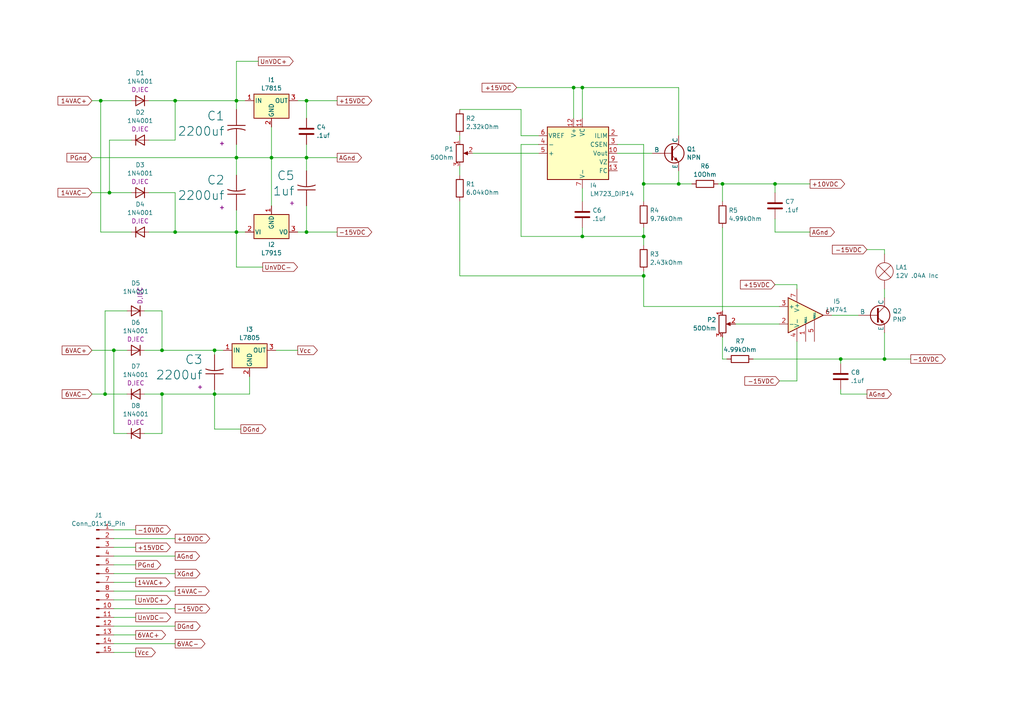
<source format=kicad_sch>
(kicad_sch (version 20230121) (generator eeschema)
  (paper "A4")
  (lib_symbols
    (symbol "Amplifier_Operational:LM741" (pin_names (offset 0.127))
      (property "Reference" "U" (at 0 6.35 0))
      (property "Value" "LM741" (at 0 3.81 0))
      (symbol "LM741_0_1"
        (polyline (pts (xy -5.08 5.08) (xy 5.08 0) (xy -5.08 -5.08) (xy -5.08 5.08)) (stroke (width 0.254)) (fill (type background)))
      )
      (symbol "LM741_1_1"
        (pin input line (at 0 -7.62 90) (length 5.08) (name "NULL") (number "1"))
        (pin input line (at -7.62 -2.54 0) (length 2.54) (name "-") (number "2"))
        (pin input line (at -7.62 2.54 0) (length 2.54) (name "+") (number "3"))
        (pin power_in line (at -2.54 -7.62 90) (length 3.81) (name "V-") (number "4"))
        (pin input line (at 2.54 -7.62 90) (length 6.35) (name "NULL") (number "5"))
        (pin output line (at 7.62 0 180) (length 2.54) (name "~") (number "6"))
        (pin power_in line (at -2.54 7.62 270) (length 3.81) (name "V+") (number "7"))
        (pin no_connect line (at 0 2.54 270) (length 2.54) hide (name "NC") (number "8"))
      )
    )
    (symbol "Connector:Conn_01x15_Pin" (pin_names (offset 1.016) hide)
      (property "Reference" "J" (at 0 20.32 0))
      (property "Value" "Conn_01x15_Pin" (at 0 -20.32 0))
      (symbol "Conn_01x15_Pin_1_1"
        (polyline (pts (xy 1.27 -17.78) (xy 0.8636 -17.78)) (stroke (width 0.1524)))
        (polyline (pts (xy 1.27 -15.24) (xy 0.8636 -15.24)) (stroke (width 0.1524)))
        (polyline (pts (xy 1.27 -12.7) (xy 0.8636 -12.7)) (stroke (width 0.1524)))
        (polyline (pts (xy 1.27 -10.16) (xy 0.8636 -10.16)) (stroke (width 0.1524)))
        (polyline (pts (xy 1.27 -7.62) (xy 0.8636 -7.62)) (stroke (width 0.1524)))
        (polyline (pts (xy 1.27 -5.08) (xy 0.8636 -5.08)) (stroke (width 0.1524)))
        (polyline (pts (xy 1.27 -2.54) (xy 0.8636 -2.54)) (stroke (width 0.1524)))
        (polyline (pts (xy 1.27 0) (xy 0.8636 0)) (stroke (width 0.1524)))
        (polyline (pts (xy 1.27 2.54) (xy 0.8636 2.54)) (stroke (width 0.1524)))
        (polyline (pts (xy 1.27 5.08) (xy 0.8636 5.08)) (stroke (width 0.1524)))
        (polyline (pts (xy 1.27 7.62) (xy 0.8636 7.62)) (stroke (width 0.1524)))
        (polyline (pts (xy 1.27 10.16) (xy 0.8636 10.16)) (stroke (width 0.1524)))
        (polyline (pts (xy 1.27 12.7) (xy 0.8636 12.7)) (stroke (width 0.1524)))
        (polyline (pts (xy 1.27 15.24) (xy 0.8636 15.24)) (stroke (width 0.1524)))
        (polyline (pts (xy 1.27 17.78) (xy 0.8636 17.78)) (stroke (width 0.1524)))
        (rectangle (start 0.8636 -17.653) (end 0 -17.907) (stroke (width 0.1524)) (fill (type outline)))
        (rectangle (start 0.8636 -15.113) (end 0 -15.367) (stroke (width 0.1524)) (fill (type outline)))
        (rectangle (start 0.8636 -12.573) (end 0 -12.827) (stroke (width 0.1524)) (fill (type outline)))
        (rectangle (start 0.8636 -10.033) (end 0 -10.287) (stroke (width 0.1524)) (fill (type outline)))
        (rectangle (start 0.8636 -7.493) (end 0 -7.747) (stroke (width 0.1524)) (fill (type outline)))
        (rectangle (start 0.8636 -4.953) (end 0 -5.207) (stroke (width 0.1524)) (fill (type outline)))
        (rectangle (start 0.8636 -2.413) (end 0 -2.667) (stroke (width 0.1524)) (fill (type outline)))
        (rectangle (start 0.8636 0.127) (end 0 -0.127) (stroke (width 0.1524)) (fill (type outline)))
        (rectangle (start 0.8636 2.667) (end 0 2.413) (stroke (width 0.1524)) (fill (type outline)))
        (rectangle (start 0.8636 5.207) (end 0 4.953) (stroke (width 0.1524)) (fill (type outline)))
        (rectangle (start 0.8636 7.747) (end 0 7.493) (stroke (width 0.1524)) (fill (type outline)))
        (rectangle (start 0.8636 10.287) (end 0 10.033) (stroke (width 0.1524)) (fill (type outline)))
        (rectangle (start 0.8636 12.827) (end 0 12.573) (stroke (width 0.1524)) (fill (type outline)))
        (rectangle (start 0.8636 15.367) (end 0 15.113) (stroke (width 0.1524)) (fill (type outline)))
        (rectangle (start 0.8636 17.907) (end 0 17.653) (stroke (width 0.1524)) (fill (type outline)))
        (pin passive line (at 5.08 17.78 180) (length 3.81) (name "Pin_1") (number "1"))
        (pin passive line (at 5.08 -5.08 180) (length 3.81) (name "Pin_10") (number "10"))
        (pin passive line (at 5.08 -7.62 180) (length 3.81) (name "Pin_11") (number "11"))
        (pin passive line (at 5.08 -10.16 180) (length 3.81) (name "Pin_12") (number "12"))
        (pin passive line (at 5.08 -12.7 180) (length 3.81) (name "Pin_13") (number "13"))
        (pin passive line (at 5.08 -15.24 180) (length 3.81) (name "Pin_14") (number "14"))
        (pin passive line (at 5.08 -17.78 180) (length 3.81) (name "Pin_15") (number "15"))
        (pin passive line (at 5.08 15.24 180) (length 3.81) (name "Pin_2") (number "2"))
        (pin passive line (at 5.08 12.7 180) (length 3.81) (name "Pin_3") (number "3"))
        (pin passive line (at 5.08 10.16 180) (length 3.81) (name "Pin_4") (number "4"))
        (pin passive line (at 5.08 7.62 180) (length 3.81) (name "Pin_5") (number "5"))
        (pin passive line (at 5.08 5.08 180) (length 3.81) (name "Pin_6") (number "6"))
        (pin passive line (at 5.08 2.54 180) (length 3.81) (name "Pin_7") (number "7"))
        (pin passive line (at 5.08 0 180) (length 3.81) (name "Pin_8") (number "8"))
        (pin passive line (at 5.08 -2.54 180) (length 3.81) (name "Pin_9") (number "9"))
      )
    )
    (symbol "Device:C" (pin_numbers hide) (pin_names (offset 0.254))
      (property "Reference" "C" (at 0.635 2.54 0))
      (property "Value" "C" (at 0.635 -2.54 0))
      (symbol "C_0_1"
        (polyline (pts (xy -2.032 -0.762) (xy 2.032 -0.762)) (stroke (width 0.508)))
        (polyline (pts (xy -2.032 0.762) (xy 2.032 0.762)) (stroke (width 0.508)))
      )
      (symbol "C_1_1"
        (pin passive line (at 0 3.81 270) (length 2.794) (name "~") (number "1"))
        (pin passive line (at 0 -3.81 90) (length 2.794) (name "~") (number "2"))
      )
    )
    (symbol "Device:Lamp" (pin_numbers hide) (pin_names (offset 0.0254) hide)
      (property "Reference" "LA" (at 0.635 3.81 0))
      (property "Value" "Lamp" (at 0.635 -3.81 0))
      (symbol "Lamp_0_1"
        (polyline (pts (xy -1.778 1.778) (xy 1.778 -1.778)))
        (polyline (pts (xy 1.778 1.778) (xy -1.778 -1.778)))
        (circle (center 0 0) (radius 2.54))
      )
      (symbol "Lamp_1_1"
        (pin passive line (at 0 -5.08 90) (length 2.54) (name "-") (number "1"))
        (pin passive line (at 0 5.08 270) (length 2.54) (name "+") (number "2"))
      )
    )
    (symbol "Device:R" (pin_numbers hide) (pin_names (offset 0))
      (property "Reference" "R" (at 2.032 0 90))
      (property "Value" "R" (at 0 0 90))
      (symbol "R_0_1"
        (rectangle (start -1.016 -2.54) (end 1.016 2.54) (stroke (width 0.254)))
      )
      (symbol "R_1_1"
        (pin passive line (at 0 3.81 270) (length 1.27) (name "~") (number "1"))
        (pin passive line (at 0 -3.81 90) (length 1.27) (name "~") (number "2"))
      )
    )
    (symbol "Device:R_Potentiometer" (pin_names (offset 1.016) hide)
      (property "Reference" "RV" (at -4.445 0 90))
      (property "Value" "R_Potentiometer" (at -2.54 0 90))
      (symbol "R_Potentiometer_0_1"
        (polyline (pts (xy 2.54 0) (xy 1.524 0)))
        (polyline (pts (xy 1.143 0) (xy 2.286 0.508) (xy 2.286 -0.508) (xy 1.143 0)) (fill (type outline)))
        (rectangle (start 1.016 2.54) (end -1.016 -2.54) (stroke (width 0.254)))
      )
      (symbol "R_Potentiometer_1_1"
        (pin passive line (at 0 3.81 270) (length 1.27) (name "1") (number "1"))
        (pin passive line (at 3.81 0 180) (length 1.27) (name "2") (number "2"))
        (pin passive line (at 0 -3.81 90) (length 1.27) (name "3") (number "3"))
      )
    )
    (symbol "PCM_Generic-50:D,IEC" (pin_numbers hide) (pin_names (offset 0) hide)
      (property "Reference" "D" (at 1.905 1.27 0))
      (property "Value" "${SIM.PARAMS}" (at 1.905 -1.27 0))
      (property "Sim.Params" "D,IEC" (at 1.905 -1.27 0))
      (symbol "D,IEC_1_1"
        (polyline (pts (xy -1.4732 -1.27) (xy 1.4732 -1.27)) (stroke (width 0.254)))
        (polyline (pts (xy 0 -1.27) (xy 1.4732 1.27) (xy -1.4732 1.27) (xy 0 -1.27)) (stroke (width 0.254)))
        (pin passive line (at 0 -2.54 90) (length 2.54) (name "K-") (number "1"))
        (pin passive line (at 0 2.54 270) (length 2.54) (name "A+") (number "2"))
      )
    )
    (symbol "PCM_Generic:C,IEEE" (pin_numbers hide) (pin_names (offset 0) hide)
      (property "Reference" "C" (at 2.54 2.54 0))
      (property "Value" "C,IEEE" (at 2.54 -2.54 0))
      (property "Indicator" "+" (at -2.54 2.54 0))
      (symbol "C,IEEE_1_1"
        (polyline (pts (xy -2.54 0.4572) (xy 2.54 0.4572)) (stroke (width 0.254)))
        (arc (start 2.54 -0.9144) (mid 0 -0.4576) (end -2.54 -0.9144) (stroke (width 0.254)))
        (pin passive line (at 0 5.08 270) (length 4.6228) (name "+") (number "1"))
        (pin passive line (at 0 -5.08 90) (length 4.6228) (name "-") (number "2"))
      )
    )
    (symbol "Regulator_Linear:L7805" (pin_names (offset 0.254))
      (property "Reference" "U" (at -3.81 3.175 0))
      (property "Value" "L7805" (at 0 3.175 0))
      (symbol "L7805_0_1"
        (rectangle (start -5.08 1.905) (end 5.08 -5.08) (stroke (width 0.254)) (fill (type background)))
      )
      (symbol "L7805_1_1"
        (pin power_in line (at -7.62 0 0) (length 2.54) (name "IN") (number "1"))
        (pin power_in line (at 0 -7.62 90) (length 2.54) (name "GND") (number "2"))
        (pin power_out line (at 7.62 0 180) (length 2.54) (name "OUT") (number "3"))
      )
    )
    (symbol "Regulator_Linear:L7815" (pin_names (offset 0.254))
      (property "Reference" "U" (at -3.81 3.175 0))
      (property "Value" "L7815" (at 0 3.175 0))
      (symbol "L7815_0_1"
        (rectangle (start -5.08 1.905) (end 5.08 -5.08) (stroke (width 0.254)) (fill (type background)))
      )
      (symbol "L7815_1_1"
        (pin power_in line (at -7.62 0 0) (length 2.54) (name "IN") (number "1"))
        (pin power_in line (at 0 -7.62 90) (length 2.54) (name "GND") (number "2"))
        (pin power_out line (at 7.62 0 180) (length 2.54) (name "OUT") (number "3"))
      )
    )
    (symbol "Regulator_Linear:L7915" (pin_names (offset 0.254))
      (property "Reference" "U" (at -3.81 -3.175 0))
      (property "Value" "L7915" (at 0 -3.175 0))
      (symbol "L7915_0_1"
        (rectangle (start -5.08 5.08) (end 5.08 -1.905) (stroke (width 0.254)) (fill (type background)))
      )
      (symbol "L7915_1_1"
        (pin power_in line (at 0 7.62 270) (length 2.54) (name "GND") (number "1"))
        (pin power_in line (at -7.62 0 0) (length 2.54) (name "VI") (number "2"))
        (pin power_out line (at 7.62 0 180) (length 2.54) (name "VO") (number "3"))
      )
    )
    (symbol "Regulator_Linear:LM723_DIP14" (pin_names (offset 0.254))
      (property "Reference" "U" (at 0.635 10.795 0))
      (property "Value" "LM723_DIP14" (at 0.635 8.89 0))
      (symbol "LM723_DIP14_0_1"
        (rectangle (start -10.16 -7.62) (end 7.62 7.62) (stroke (width 0.254)) (fill (type background)))
      )
      (symbol "LM723_DIP14_1_1"
        (pin no_connect line (at -10.16 -5.08 0) (length 2.54) hide (name "NC") (number "1"))
        (pin power_out line (at 10.16 0 180) (length 2.54) (name "Vout") (number "10"))
        (pin power_in line (at 0 10.16 270) (length 2.54) (name "VC") (number "11"))
        (pin power_in line (at -2.54 10.16 270) (length 2.54) (name "V+") (number "12"))
        (pin input line (at 10.16 -5.08 180) (length 2.54) (name "FC") (number "13"))
        (pin no_connect line (at -2.54 -7.62 90) (length 2.54) hide (name "NC") (number "14"))
        (pin input line (at 10.16 5.08 180) (length 2.54) (name "ILIM") (number "2"))
        (pin input line (at 10.16 2.54 180) (length 2.54) (name "CSEN") (number "3"))
        (pin input line (at -12.7 2.54 0) (length 2.54) (name "-") (number "4"))
        (pin input line (at -12.7 0 0) (length 2.54) (name "+") (number "5"))
        (pin power_out line (at -12.7 5.08 0) (length 2.54) (name "VREF") (number "6"))
        (pin power_in line (at 0 -10.16 90) (length 2.54) (name "V-") (number "7"))
        (pin no_connect line (at -10.16 -2.54 0) (length 2.54) hide (name "NC") (number "8"))
        (pin input line (at 10.16 -2.54 180) (length 2.54) (name "VZ") (number "9"))
      )
    )
    (symbol "Simulation_SPICE:NPN" (pin_numbers hide) (pin_names (offset 0))
      (property "Reference" "Q" (at -2.54 7.62 0))
      (property "Value" "NPN" (at -2.54 5.08 0))
      (symbol "NPN_0_1"
        (polyline (pts (xy -2.54 0) (xy 0.635 0)) (stroke (width 0.1524)))
        (polyline (pts (xy 0.635 0.635) (xy 2.54 2.54)))
        (polyline (pts (xy 2.794 -1.27) (xy 2.794 -1.27)) (stroke (width 0.1524)))
        (polyline (pts (xy 2.794 -1.27) (xy 2.794 -1.27)) (stroke (width 0.1524)))
        (polyline (pts (xy 0.635 -0.635) (xy 2.54 -2.54) (xy 2.54 -2.54)))
        (polyline (pts (xy 0.635 1.905) (xy 0.635 -1.905) (xy 0.635 -1.905)) (stroke (width 0.508)))
        (polyline (pts (xy 1.27 -1.778) (xy 1.778 -1.27) (xy 2.286 -2.286) (xy 1.27 -1.778) (xy 1.27 -1.778)) (fill (type outline)))
        (circle (center 1.27 0) (radius 2.8194) (stroke (width 0.254)))
      )
      (symbol "NPN_1_1"
        (pin open_collector line (at 2.54 5.08 270) (length 2.54) (name "C") (number "1"))
        (pin input line (at -5.08 0 0) (length 2.54) (name "B") (number "2"))
        (pin open_emitter line (at 2.54 -5.08 90) (length 2.54) (name "E") (number "3"))
      )
    )
    (symbol "Simulation_SPICE:PNP" (pin_numbers hide) (pin_names (offset 0))
      (property "Reference" "Q" (at -2.54 7.62 0))
      (property "Value" "PNP" (at -2.54 5.08 0))
      (symbol "PNP_0_1"
        (polyline (pts (xy -2.54 0) (xy 0.635 0)) (stroke (width 0.1524)))
        (polyline (pts (xy 0.635 0.635) (xy 2.54 2.54)))
        (polyline (pts (xy 0.635 -0.635) (xy 2.54 -2.54) (xy 2.54 -2.54)))
        (polyline (pts (xy 0.635 1.905) (xy 0.635 -1.905) (xy 0.635 -1.905)) (stroke (width 0.508)))
        (polyline (pts (xy 2.286 -1.778) (xy 1.778 -2.286) (xy 1.27 -1.27) (xy 2.286 -1.778) (xy 2.286 -1.778)) (fill (type outline)))
        (circle (center 1.27 0) (radius 2.8194) (stroke (width 0.254)))
      )
      (symbol "PNP_1_1"
        (pin open_collector line (at 2.54 5.08 270) (length 2.54) (name "C") (number "1"))
        (pin input line (at -5.08 0 0) (length 2.54) (name "B") (number "2"))
        (pin open_emitter line (at 2.54 -5.08 90) (length 2.54) (name "E") (number "3"))
      )
    )
  )
  (junction (at 62.23 114.3))
  (junction (at 196.85 53.34))
  (junction (at 29.21 29.21))
  (junction (at 168.91 68.58))
  (junction (at 88.9 29.21))
  (junction (at 68.58 29.21))
  (junction (at 224.79 53.34))
  (junction (at 46.99 114.3))
  (junction (at 68.58 67.31))
  (junction (at 88.9 67.31))
  (junction (at 50.8 67.31))
  (junction (at 78.74 45.72))
  (junction (at 62.23 101.6))
  (junction (at 30.48 114.3))
  (junction (at 46.99 101.6))
  (junction (at 243.84 104.14))
  (junction (at 166.37 25.4))
  (junction (at 31.75 55.88))
  (junction (at 186.69 80.01))
  (junction (at 209.55 53.34))
  (junction (at 68.58 45.72))
  (junction (at 186.69 53.34))
  (junction (at 186.69 68.58))
  (junction (at 168.91 25.4))
  (junction (at 50.8 29.21))
  (junction (at 88.9 45.72))
  (junction (at 33.02 101.6))
  (junction (at 256.54 104.14))
  (wire (pts (xy 33.02 181.61) (xy 50.8 181.61)))
  (wire (pts (xy 26.67 101.6) (xy 33.02 101.6)))
  (wire (pts (xy 168.91 68.58) (xy 168.91 66.04)))
  (wire (pts (xy 224.79 55.88) (xy 224.79 53.34)))
  (wire (pts (xy 62.23 101.6) (xy 64.77 101.6)))
  (wire (pts (xy 78.74 45.72) (xy 78.74 36.83)))
  (wire (pts (xy 68.58 41.91) (xy 68.58 45.72)))
  (wire (pts (xy 186.69 88.9) (xy 226.06 88.9)))
  (wire (pts (xy 86.36 29.21) (xy 88.9 29.21)))
  (wire (pts (xy 243.84 114.3) (xy 251.46 114.3)))
  (wire (pts (xy 69.85 124.46) (xy 62.23 124.46)))
  (wire (pts (xy 50.8 55.88) (xy 43.18 55.88)))
  (wire (pts (xy 78.74 45.72) (xy 88.9 45.72)))
  (wire (pts (xy 166.37 34.29) (xy 166.37 25.4)))
  (wire (pts (xy 26.67 45.72) (xy 68.58 45.72)))
  (wire (pts (xy 68.58 67.31) (xy 68.58 77.47)))
  (wire (pts (xy 179.07 41.91) (xy 186.69 41.91)))
  (wire (pts (xy 226.06 110.49) (xy 231.14 110.49)))
  (wire (pts (xy 68.58 29.21) (xy 71.12 29.21)))
  (wire (pts (xy 36.83 125.73) (xy 33.02 125.73)))
  (wire (pts (xy 62.23 114.3) (xy 46.99 114.3)))
  (wire (pts (xy 62.23 102.87) (xy 62.23 101.6)))
  (wire (pts (xy 68.58 31.75) (xy 68.58 29.21)))
  (wire (pts (xy 33.02 189.23) (xy 39.37 189.23)))
  (wire (pts (xy 38.1 40.64) (xy 31.75 40.64)))
  (wire (pts (xy 186.69 68.58) (xy 186.69 71.12)))
  (wire (pts (xy 33.02 176.53) (xy 50.8 176.53)))
  (wire (pts (xy 151.13 31.75) (xy 151.13 39.37)))
  (wire (pts (xy 68.58 60.96) (xy 68.58 67.31)))
  (wire (pts (xy 26.67 29.21) (xy 29.21 29.21)))
  (wire (pts (xy 30.48 114.3) (xy 36.83 114.3)))
  (wire (pts (xy 46.99 101.6) (xy 46.99 90.17)))
  (wire (pts (xy 133.35 58.42) (xy 133.35 80.01)))
  (wire (pts (xy 29.21 29.21) (xy 38.1 29.21)))
  (wire (pts (xy 213.36 93.98) (xy 226.06 93.98)))
  (wire (pts (xy 33.02 186.69) (xy 50.8 186.69)))
  (wire (pts (xy 29.21 67.31) (xy 29.21 29.21)))
  (wire (pts (xy 156.21 44.45) (xy 137.16 44.45)))
  (wire (pts (xy 168.91 34.29) (xy 168.91 25.4)))
  (wire (pts (xy 209.55 53.34) (xy 209.55 58.42)))
  (wire (pts (xy 86.36 67.31) (xy 88.9 67.31)))
  (wire (pts (xy 50.8 67.31) (xy 50.8 55.88)))
  (wire (pts (xy 179.07 44.45) (xy 189.23 44.45)))
  (wire (pts (xy 186.69 80.01) (xy 186.69 88.9)))
  (wire (pts (xy 243.84 104.14) (xy 218.44 104.14)))
  (wire (pts (xy 196.85 53.34) (xy 200.66 53.34)))
  (wire (pts (xy 88.9 45.72) (xy 88.9 49.53)))
  (wire (pts (xy 208.28 53.34) (xy 209.55 53.34)))
  (wire (pts (xy 243.84 104.14) (xy 256.54 104.14)))
  (wire (pts (xy 46.99 90.17) (xy 41.91 90.17)))
  (wire (pts (xy 33.02 163.83) (xy 39.37 163.83)))
  (wire (pts (xy 231.14 82.55) (xy 231.14 83.82)))
  (wire (pts (xy 156.21 41.91) (xy 151.13 41.91)))
  (wire (pts (xy 68.58 45.72) (xy 78.74 45.72)))
  (wire (pts (xy 41.91 114.3) (xy 46.99 114.3)))
  (wire (pts (xy 41.91 101.6) (xy 46.99 101.6)))
  (wire (pts (xy 133.35 48.26) (xy 133.35 50.8)))
  (wire (pts (xy 33.02 101.6) (xy 33.02 125.73)))
  (wire (pts (xy 224.79 63.5) (xy 224.79 67.31)))
  (wire (pts (xy 33.02 179.07) (xy 39.37 179.07)))
  (wire (pts (xy 88.9 29.21) (xy 97.79 29.21)))
  (wire (pts (xy 74.93 17.78) (xy 68.58 17.78)))
  (wire (pts (xy 231.14 110.49) (xy 231.14 99.06)))
  (wire (pts (xy 243.84 114.3) (xy 243.84 113.03)))
  (wire (pts (xy 256.54 72.39) (xy 256.54 73.66)))
  (wire (pts (xy 151.13 39.37) (xy 156.21 39.37)))
  (wire (pts (xy 248.92 91.44) (xy 241.3 91.44)))
  (wire (pts (xy 256.54 96.52) (xy 256.54 104.14)))
  (wire (pts (xy 186.69 53.34) (xy 196.85 53.34)))
  (wire (pts (xy 209.55 66.04) (xy 209.55 90.17)))
  (wire (pts (xy 149.86 25.4) (xy 166.37 25.4)))
  (wire (pts (xy 33.02 184.15) (xy 39.37 184.15)))
  (wire (pts (xy 196.85 39.37) (xy 196.85 25.4)))
  (wire (pts (xy 62.23 101.6) (xy 46.99 101.6)))
  (wire (pts (xy 33.02 161.29) (xy 50.8 161.29)))
  (wire (pts (xy 256.54 104.14) (xy 264.16 104.14)))
  (wire (pts (xy 186.69 66.04) (xy 186.69 68.58)))
  (wire (pts (xy 224.79 82.55) (xy 231.14 82.55)))
  (wire (pts (xy 209.55 97.79) (xy 209.55 104.14)))
  (wire (pts (xy 30.48 90.17) (xy 36.83 90.17)))
  (wire (pts (xy 88.9 67.31) (xy 97.79 67.31)))
  (wire (pts (xy 186.69 53.34) (xy 186.69 58.42)))
  (wire (pts (xy 88.9 45.72) (xy 97.79 45.72)))
  (wire (pts (xy 88.9 29.21) (xy 88.9 34.29)))
  (wire (pts (xy 196.85 25.4) (xy 168.91 25.4)))
  (wire (pts (xy 43.18 67.31) (xy 50.8 67.31)))
  (wire (pts (xy 251.46 72.39) (xy 256.54 72.39)))
  (wire (pts (xy 62.23 114.3) (xy 72.39 114.3)))
  (wire (pts (xy 209.55 104.14) (xy 210.82 104.14)))
  (wire (pts (xy 62.23 113.03) (xy 62.23 114.3)))
  (wire (pts (xy 88.9 67.31) (xy 88.9 59.69)))
  (wire (pts (xy 31.75 55.88) (xy 38.1 55.88)))
  (wire (pts (xy 168.91 54.61) (xy 168.91 58.42)))
  (wire (pts (xy 46.99 114.3) (xy 46.99 125.73)))
  (wire (pts (xy 33.02 153.67) (xy 39.37 153.67)))
  (wire (pts (xy 133.35 40.64) (xy 133.35 39.37)))
  (wire (pts (xy 26.67 55.88) (xy 31.75 55.88)))
  (wire (pts (xy 33.02 156.21) (xy 50.8 156.21)))
  (wire (pts (xy 43.18 40.64) (xy 50.8 40.64)))
  (wire (pts (xy 133.35 80.01) (xy 186.69 80.01)))
  (wire (pts (xy 168.91 25.4) (xy 166.37 25.4)))
  (wire (pts (xy 151.13 41.91) (xy 151.13 68.58)))
  (wire (pts (xy 50.8 29.21) (xy 43.18 29.21)))
  (wire (pts (xy 33.02 173.99) (xy 39.37 173.99)))
  (wire (pts (xy 151.13 68.58) (xy 168.91 68.58)))
  (wire (pts (xy 50.8 40.64) (xy 50.8 29.21)))
  (wire (pts (xy 78.74 59.69) (xy 78.74 45.72)))
  (wire (pts (xy 33.02 166.37) (xy 50.8 166.37)))
  (wire (pts (xy 196.85 49.53) (xy 196.85 53.34)))
  (wire (pts (xy 68.58 67.31) (xy 50.8 67.31)))
  (wire (pts (xy 30.48 114.3) (xy 30.48 90.17)))
  (wire (pts (xy 133.35 31.75) (xy 151.13 31.75)))
  (wire (pts (xy 256.54 83.82) (xy 256.54 86.36)))
  (wire (pts (xy 68.58 45.72) (xy 68.58 50.8)))
  (wire (pts (xy 80.01 101.6) (xy 86.36 101.6)))
  (wire (pts (xy 76.2 77.47) (xy 68.58 77.47)))
  (wire (pts (xy 72.39 109.22) (xy 72.39 114.3)))
  (wire (pts (xy 88.9 41.91) (xy 88.9 45.72)))
  (wire (pts (xy 46.99 125.73) (xy 41.91 125.73)))
  (wire (pts (xy 186.69 80.01) (xy 186.69 78.74)))
  (wire (pts (xy 68.58 67.31) (xy 71.12 67.31)))
  (wire (pts (xy 26.67 114.3) (xy 30.48 114.3)))
  (wire (pts (xy 62.23 124.46) (xy 62.23 114.3)))
  (wire (pts (xy 209.55 53.34) (xy 224.79 53.34)))
  (wire (pts (xy 224.79 53.34) (xy 234.95 53.34)))
  (wire (pts (xy 33.02 158.75) (xy 39.37 158.75)))
  (wire (pts (xy 186.69 41.91) (xy 186.69 53.34)))
  (wire (pts (xy 31.75 40.64) (xy 31.75 55.88)))
  (wire (pts (xy 243.84 105.41) (xy 243.84 104.14)))
  (wire (pts (xy 224.79 67.31) (xy 234.95 67.31)))
  (wire (pts (xy 33.02 101.6) (xy 36.83 101.6)))
  (wire (pts (xy 168.91 68.58) (xy 186.69 68.58)))
  (wire (pts (xy 33.02 168.91) (xy 39.37 168.91)))
  (wire (pts (xy 68.58 29.21) (xy 50.8 29.21)))
  (wire (pts (xy 68.58 17.78) (xy 68.58 29.21)))
  (wire (pts (xy 33.02 171.45) (xy 50.8 171.45)))
  (wire (pts (xy 38.1 67.31) (xy 29.21 67.31)))
  (global_label "+15VDC" (shape input) (at 149.86 25.4 180) (property "Intersheetrefs" "${INTERSHEET_REFS}" (effects hide)))
  (global_label "PGnd" (shape output) (at 39.37 163.83 0) (property "Intersheetrefs" "${INTERSHEET_REFS}" (effects hide)))
  (global_label "-10VDC" (shape output) (at 39.37 153.67 0) (property "Intersheetrefs" "${INTERSHEET_REFS}" (effects hide)))
  (global_label "-15VDC" (shape input) (at 226.06 110.49 180) (property "Intersheetrefs" "${INTERSHEET_REFS}" (effects hide)))
  (global_label "-15VDC" (shape input) (at 251.46 72.39 180) (property "Intersheetrefs" "${INTERSHEET_REFS}" (effects hide)))
  (global_label "6VAC+" (shape input) (at 26.67 101.6 180) (property "Intersheetrefs" "${INTERSHEET_REFS}" (effects hide)))
  (global_label "AGnd" (shape output) (at 50.8 161.29 0) (property "Intersheetrefs" "${INTERSHEET_REFS}" (effects hide)))
  (global_label "6VAC+" (shape output) (at 39.37 184.15 0) (property "Intersheetrefs" "${INTERSHEET_REFS}" (effects hide)))
  (global_label "AGnd" (shape output) (at 251.46 114.3 0) (property "Intersheetrefs" "${INTERSHEET_REFS}" (effects hide)))
  (global_label "6VAC-" (shape output) (at 50.8 186.69 0) (property "Intersheetrefs" "${INTERSHEET_REFS}" (effects hide)))
  (global_label "Vcc" (shape output) (at 86.36 101.6 0) (property "Intersheetrefs" "${INTERSHEET_REFS}" (effects hide)))
  (global_label "UnVDC+" (shape output) (at 74.93 17.78 0) (property "Intersheetrefs" "${INTERSHEET_REFS}" (effects hide)))
  (global_label "+10VDC" (shape output) (at 234.95 53.34 0) (property "Intersheetrefs" "${INTERSHEET_REFS}" (effects hide)))
  (global_label "+15VDC" (shape output) (at 97.79 29.21 0) (property "Intersheetrefs" "${INTERSHEET_REFS}" (effects hide)))
  (global_label "XGnd" (shape output) (at 50.8 166.37 0) (property "Intersheetrefs" "${INTERSHEET_REFS}" (effects hide)))
  (global_label "AGnd" (shape output) (at 97.79 45.72 0) (property "Intersheetrefs" "${INTERSHEET_REFS}" (effects hide)))
  (global_label "-10VDC" (shape output) (at 264.16 104.14 0) (property "Intersheetrefs" "${INTERSHEET_REFS}" (effects hide)))
  (global_label "-15VDC" (shape output) (at 97.79 67.31 0) (property "Intersheetrefs" "${INTERSHEET_REFS}" (effects hide)))
  (global_label "+15VDC" (shape output) (at 39.37 158.75 0) (property "Intersheetrefs" "${INTERSHEET_REFS}" (effects hide)))
  (global_label "DGnd" (shape output) (at 50.8 181.61 0) (property "Intersheetrefs" "${INTERSHEET_REFS}" (effects hide)))
  (global_label "+15VDC" (shape input) (at 224.79 82.55 180) (property "Intersheetrefs" "${INTERSHEET_REFS}" (effects hide)))
  (global_label "UnVDC-" (shape output) (at 76.2 77.47 0) (property "Intersheetrefs" "${INTERSHEET_REFS}" (effects hide)))
  (global_label "14VAC+" (shape input) (at 26.67 29.21 180) (property "Intersheetrefs" "${INTERSHEET_REFS}" (effects hide)))
  (global_label "PGnd" (shape input) (at 26.67 45.72 180) (property "Intersheetrefs" "${INTERSHEET_REFS}" (effects hide)))
  (global_label "6VAC-" (shape input) (at 26.67 114.3 180) (property "Intersheetrefs" "${INTERSHEET_REFS}" (effects hide)))
  (global_label "UnVDC+" (shape output) (at 39.37 173.99 0) (property "Intersheetrefs" "${INTERSHEET_REFS}" (effects hide)))
  (global_label "14VAC-" (shape output) (at 50.8 171.45 0) (property "Intersheetrefs" "${INTERSHEET_REFS}" (effects hide)))
  (global_label "Vcc" (shape output) (at 39.37 189.23 0) (property "Intersheetrefs" "${INTERSHEET_REFS}" (effects hide)))
  (global_label "14VAC-" (shape input) (at 26.67 55.88 180) (property "Intersheetrefs" "${INTERSHEET_REFS}" (effects hide)))
  (global_label "+10VDC" (shape output) (at 50.8 156.21 0) (property "Intersheetrefs" "${INTERSHEET_REFS}" (effects hide)))
  (global_label "UnVDC-" (shape output) (at 39.37 179.07 0) (property "Intersheetrefs" "${INTERSHEET_REFS}" (effects hide)))
  (global_label "DGnd" (shape output) (at 69.85 124.46 0) (property "Intersheetrefs" "${INTERSHEET_REFS}" (effects hide)))
  (global_label "-15VDC" (shape output) (at 50.8 176.53 0) (property "Intersheetrefs" "${INTERSHEET_REFS}" (effects hide)))
  (global_label "14VAC+" (shape output) (at 39.37 168.91 0) (property "Intersheetrefs" "${INTERSHEET_REFS}" (effects hide)))
  (global_label "AGnd" (shape output) (at 234.95 67.31 0) (property "Intersheetrefs" "${INTERSHEET_REFS}" (effects hide)))
  (symbol (lib_id "Device:C") (at 168.91 62.23 0) (unit 1)
    (property "Reference" "C6" (at 171.831 61.0179 0) (effects (justify left)))
    (property "Value" ".1uf" (at 171.831 63.4421 0) (effects (justify left)))
    (property "Footprint" "Capacitor_THT:CP_Radial_Tantal_D4.5mm_P5.00mm" (effects hide))
  )
  (symbol (lib_id "PCM_Generic:C,IEEE") (at 62.23 107.95 180) (unit 1)
    (property "Reference" "C3" (at 58.9281 104.2756 0) (effects (font (size 2.54 2.54)) (justify left)))
    (property "Value" "2200uf" (at 58.9281 108.7429 0) (effects (font (size 2.54 2.54)) (justify left)))
    (property "Footprint" "Capacitor_THT:CP_Axial_L30.0mm_D15.0mm_P35.00mm_Horizontal" (effects hide))
    (property "Indicator" "+" (at 58.9281 112.1887 0) (effects (justify left)))
  )
  (symbol (lib_id "PCM_Generic-50:D,IEC") (at 40.64 67.31 270) (unit 1)
    (property "Reference" "D4" (at 40.64 59.2683 90))
    (property "Value" "1N4001" (at 40.64 61.6925 90))
    (property "Footprint" "Diode_THT:D_5W_P12.70mm_Horizontal" (effects hide))
    (property "Sim.Pins" "2=1 1=2" (effects hide))
    (property "Sim.Params" "D,IEC" (at 40.64 64.1167 90))
    (property "Sim.Device" "SPICE" (effects hide))
  )
  (symbol (lib_id "Device:R_Potentiometer") (at 133.35 44.45 0) (unit 1)
    (property "Reference" "P1" (at 131.572 43.2379 0) (effects (justify right)))
    (property "Value" "50Ohm" (at 131.572 45.6621 0) (effects (justify right)))
    (property "Footprint" "Potentiometer_THT:Potentiometer_Bourns_3296W_Vertical" (effects hide))
  )
  (symbol (lib_id "Regulator_Linear:L7805") (at 72.39 101.6 0) (unit 1)
    (property "Reference" "I3" (at 72.39 95.5507 0))
    (property "Value" "L7805" (at 72.39 97.9749 0))
    (property "Footprint" "Package_TO_SOT_THT:TO-220-3_Vertical" (effects hide))
    (property "Datasheet" "http://www.st.com/content/ccc/resource/technical/document/datasheet/41/4f/b3/b0/12/d4/47/88/CD00000444.pdf/files/CD00000444.pdf/jcr:content/translations/en.CD00000444.pdf" (effects hide))
  )
  (symbol (lib_id "Amplifier_Operational:LM741") (at 233.68 91.44 0) (unit 1)
    (property "Reference" "I5" (at 242.6872 87.4228 0))
    (property "Value" "LM741" (at 242.6872 89.847 0))
    (property "Footprint" "Package_DIP:DIP-8_W7.62mm_Socket" (effects hide))
    (property "Datasheet" "http://www.ti.com/lit/ds/symlink/lm741.pdf" (effects hide))
  )
  (symbol (lib_id "PCM_Generic:C,IEEE") (at 68.58 55.88 180) (unit 1)
    (property "Reference" "C2" (at 65.2781 52.2056 0) (effects (font (size 2.54 2.54)) (justify left)))
    (property "Value" "2200uf" (at 65.2781 56.6729 0) (effects (font (size 2.54 2.54)) (justify left)))
    (property "Footprint" "Capacitor_THT:CP_Axial_L30.0mm_D15.0mm_P35.00mm_Horizontal" (effects hide))
    (property "Indicator" "+" (at 65.2781 60.1187 0) (effects (justify left)))
  )
  (symbol (lib_id "PCM_Generic-50:D,IEC") (at 39.37 90.17 90) (unit 1)
    (property "Reference" "D5" (at 39.37 82.1283 90))
    (property "Value" "1N4001" (at 39.37 84.5525 90))
    (property "Footprint" "Diode_THT:D_5W_P12.70mm_Horizontal" (effects hide))
    (property "Sim.Pins" "2=1 1=2" (effects hide))
    (property "Sim.Params" "D,IEC" (at 40.64 88.265 0) (effects (justify left)))
    (property "Sim.Device" "SPICE" (effects hide))
  )
  (symbol (lib_id "PCM_Generic-50:D,IEC") (at 40.64 29.21 90) (unit 1)
    (property "Reference" "D1" (at 40.64 21.1683 90))
    (property "Value" "1N4001" (at 40.64 23.5925 90))
    (property "Footprint" "Diode_THT:D_5W_P12.70mm_Horizontal" (effects hide))
    (property "Sim.Pins" "2=1 1=2" (effects hide))
    (property "Sim.Params" "D,IEC" (at 40.64 26.0167 90))
    (property "Sim.Device" "SPICE" (effects hide))
  )
  (symbol (lib_id "PCM_Generic-50:D,IEC") (at 40.64 40.64 270) (unit 1)
    (property "Reference" "D2" (at 40.64 32.5983 90))
    (property "Value" "1N4001" (at 40.64 35.0225 90))
    (property "Footprint" "Diode_THT:D_5W_P12.70mm_Horizontal" (effects hide))
    (property "Sim.Pins" "2=1 1=2" (effects hide))
    (property "Sim.Params" "D,IEC" (at 40.64 37.4467 90))
    (property "Sim.Device" "SPICE" (effects hide))
  )
  (symbol (lib_id "Device:C") (at 224.79 59.69 0) (unit 1)
    (property "Reference" "C7" (at 227.711 58.4779 0) (effects (justify left)))
    (property "Value" ".1uf" (at 227.711 60.9021 0) (effects (justify left)))
    (property "Footprint" "Capacitor_THT:CP_Radial_Tantal_D4.5mm_P5.00mm" (effects hide))
  )
  (symbol (lib_id "Device:Lamp") (at 256.54 78.74 0) (unit 1)
    (property "Reference" "LA1" (at 259.715 77.5279 0) (effects (justify left)))
    (property "Value" "12V .04A Inc" (at 259.715 79.9521 0) (effects (justify left)))
    (property "Footprint" "Connector_PinHeader_2.54mm:PinHeader_1x02_P2.54mm_Horizontal" (effects hide))
  )
  (symbol (lib_id "PCM_Generic-50:D,IEC") (at 40.64 55.88 90) (unit 1)
    (property "Reference" "D3" (at 40.64 47.8383 90))
    (property "Value" "1N4001" (at 40.64 50.2625 90))
    (property "Footprint" "Diode_THT:D_5W_P12.70mm_Horizontal" (effects hide))
    (property "Datasheet" "Diode_THT:D_5W_P12.70mm_Horizontal" (effects hide))
    (property "Sim.Pins" "2=1 1=2" (effects hide))
    (property "Sim.Params" "D,IEC" (at 40.64 52.6867 90))
    (property "Sim.Device" "SPICE" (effects hide))
  )
  (symbol (lib_id "PCM_Generic-50:D,IEC") (at 39.37 114.3 270) (unit 1)
    (property "Reference" "D7" (at 39.37 106.2583 90))
    (property "Value" "1N4001" (at 39.37 108.6825 90))
    (property "Footprint" "Diode_THT:D_5W_P12.70mm_Horizontal" (effects hide))
    (property "Sim.Pins" "2=1 1=2" (effects hide))
    (property "Sim.Params" "D,IEC" (at 39.37 111.1067 90))
    (property "Sim.Device" "SPICE" (effects hide))
  )
  (symbol (lib_id "Connector:Conn_01x15_Pin") (at 27.94 171.45 0) (unit 1)
    (property "Reference" "J1" (at 28.575 149.4495 0))
    (property "Value" "Conn_01x15_Pin" (at 28.575 151.8737 0))
    (property "Footprint" "Connector_PinHeader_2.54mm:PinHeader_1x15_P2.54mm_Horizontal" (effects hide))
  )
  (symbol (lib_id "Simulation_SPICE:PNP") (at 254 91.44 0) (unit 1)
    (property "Reference" "Q2" (at 258.8514 90.2279 0) (effects (justify left)))
    (property "Value" "PNP" (at 258.8514 92.6521 0) (effects (justify left)))
    (property "Footprint" "Package_TO_SOT_THT:TO-220-3_Vertical" (effects hide))
    (property "Sim.Device" "PNP" (effects hide))
    (property "Sim.Type" "GUMMELPOON" (effects hide))
    (property "Sim.Pins" "1=C 2=B 3=E" (effects hide))
  )
  (symbol (lib_id "Device:R") (at 133.35 35.56 0) (unit 1)
    (property "Reference" "R2" (at 135.128 34.3479 0) (effects (justify left)))
    (property "Value" "2.32kOhm" (at 135.128 36.7721 0) (effects (justify left)))
    (property "Footprint" "Resistor_THT:R_Axial_DIN0411_L9.9mm_D3.6mm_P12.70mm_Horizontal" (effects hide))
  )
  (symbol (lib_id "Device:R_Potentiometer") (at 209.55 93.98 0) (unit 1)
    (property "Reference" "P2" (at 207.772 92.7679 0) (effects (justify right)))
    (property "Value" "50Ohm" (at 207.772 95.1921 0) (effects (justify right)))
    (property "Footprint" "Potentiometer_THT:Potentiometer_Bourns_3296W_Vertical" (effects hide))
  )
  (symbol (lib_id "Device:R") (at 214.63 104.14 90) (unit 1)
    (property "Reference" "R7" (at 214.63 98.9797 90))
    (property "Value" "4.99kOhm" (at 214.63 101.4039 90))
    (property "Footprint" "Resistor_THT:R_Axial_DIN0411_L9.9mm_D3.6mm_P12.70mm_Horizontal" (effects hide))
  )
  (symbol (lib_id "Device:C") (at 88.9 38.1 0) (unit 1)
    (property "Reference" "C4" (at 91.821 36.8879 0) (effects (justify left)))
    (property "Value" ".1uf" (at 91.821 39.3121 0) (effects (justify left)))
    (property "Footprint" "Capacitor_THT:CP_Radial_Tantal_D4.5mm_P5.00mm" (effects hide))
  )
  (symbol (lib_id "Device:C") (at 243.84 109.22 0) (unit 1)
    (property "Reference" "C8" (at 246.761 108.0079 0) (effects (justify left)))
    (property "Value" ".1uf" (at 246.761 110.4321 0) (effects (justify left)))
    (property "Footprint" "Capacitor_THT:CP_Radial_Tantal_D4.5mm_P5.00mm" (effects hide))
  )
  (symbol (lib_id "Device:R") (at 186.69 62.23 0) (unit 1)
    (property "Reference" "R4" (at 188.468 61.0179 0) (effects (justify left)))
    (property "Value" "9.76kOhm" (at 188.468 63.4421 0) (effects (justify left)))
    (property "Footprint" "Resistor_THT:R_Axial_DIN0411_L9.9mm_D3.6mm_P12.70mm_Horizontal" (effects hide))
  )
  (symbol (lib_id "Simulation_SPICE:NPN") (at 194.31 44.45 0) (unit 1)
    (property "Reference" "Q1" (at 199.1614 43.2379 0) (effects (justify left)))
    (property "Value" "NPN" (at 199.1614 45.6621 0) (effects (justify left)))
    (property "Footprint" "Package_TO_SOT_THT:TO-220-3_Vertical" (effects hide))
    (property "Sim.Device" "NPN" (effects hide))
    (property "Sim.Type" "GUMMELPOON" (effects hide))
    (property "Sim.Pins" "1=C 2=B 3=E" (effects hide))
  )
  (symbol (lib_id "Device:R") (at 186.69 74.93 0) (unit 1)
    (property "Reference" "R3" (at 188.468 73.7179 0) (effects (justify left)))
    (property "Value" "2.43kOhm" (at 188.468 76.1421 0) (effects (justify left)))
    (property "Footprint" "Resistor_THT:R_Axial_DIN0411_L9.9mm_D3.6mm_P12.70mm_Horizontal" (effects hide))
  )
  (symbol (lib_id "PCM_Generic-50:D,IEC") (at 39.37 101.6 90) (unit 1)
    (property "Reference" "D6" (at 39.37 93.5583 90))
    (property "Value" "1N4001" (at 39.37 95.9825 90))
    (property "Footprint" "Diode_THT:D_5W_P12.70mm_Horizontal" (effects hide))
    (property "Sim.Pins" "2=1 1=2" (effects hide))
    (property "Sim.Params" "D,IEC" (at 39.37 98.4067 90))
    (property "Sim.Device" "SPICE" (effects hide))
  )
  (symbol (lib_id "Regulator_Linear:L7815") (at 78.74 29.21 0) (unit 1)
    (property "Reference" "I1" (at 78.74 23.1607 0))
    (property "Value" "L7815" (at 78.74 25.5849 0))
    (property "Footprint" "Package_TO_SOT_THT:TO-220-3_Vertical" (effects hide))
    (property "Datasheet" "http://www.st.com/content/ccc/resource/technical/document/datasheet/41/4f/b3/b0/12/d4/47/88/CD00000444.pdf/files/CD00000444.pdf/jcr:content/translations/en.CD00000444.pdf" (effects hide))
  )
  (symbol (lib_id "Device:R") (at 204.47 53.34 90) (unit 1)
    (property "Reference" "R6" (at 204.47 48.1797 90))
    (property "Value" "10Ohm" (at 204.47 50.6039 90))
    (property "Footprint" "Resistor_THT:R_Axial_DIN0411_L9.9mm_D3.6mm_P12.70mm_Horizontal" (effects hide))
  )
  (symbol (lib_id "Regulator_Linear:LM723_DIP14") (at 168.91 44.45 0) (unit 1)
    (property "Reference" "I4" (at 171.1041 53.7901 0) (effects (justify left)))
    (property "Value" "LM723_DIP14" (at 171.1041 56.2143 0) (effects (justify left)))
    (property "Footprint" "Package_DIP:DIP-14_W7.62mm" (effects hide))
    (property "Datasheet" "http://www.ti.com/lit/ds/symlink/lm723.pdf" (effects hide))
  )
  (symbol (lib_id "PCM_Generic:C,IEEE") (at 68.58 36.83 0) (unit 1)
    (property "Reference" "C1" (at 65.2781 33.6128 0) (effects (font (size 2.54 2.54)) (justify right)))
    (property "Value" "2200uf" (at 65.2781 38.0801 0) (effects (font (size 2.54 2.54)) (justify right)))
    (property "Footprint" "Capacitor_THT:CP_Axial_L30.0mm_D15.0mm_P35.00mm_Horizontal" (effects hide))
    (property "Indicator" "+" (at 65.2781 41.5259 0) (effects (justify right)))
  )
  (symbol (lib_id "Regulator_Linear:L7915") (at 78.74 67.31 0) (unit 1)
    (property "Reference" "I2" (at 78.74 70.9351 0))
    (property "Value" "L7915" (at 78.74 73.3593 0))
    (property "Footprint" "Package_TO_SOT_THT:TO-220-3_Vertical" (effects hide))
    (property "Datasheet" "http://www.st.com/content/ccc/resource/technical/document/datasheet/c9/16/86/41/c7/2b/45/f2/CD00000450.pdf/files/CD00000450.pdf/jcr:content/translations/en.CD00000450.pdf" (effects hide))
  )
  (symbol (lib_id "Device:R") (at 209.55 62.23 0) (unit 1)
    (property "Reference" "R5" (at 211.328 61.0179 0) (effects (justify left)))
    (property "Value" "4.99kOhm" (at 211.328 63.4421 0) (effects (justify left)))
    (property "Footprint" "Resistor_THT:R_Axial_DIN0411_L9.9mm_D3.6mm_P12.70mm_Horizontal" (effects hide))
  )
  (symbol (lib_id "PCM_Generic-50:D,IEC") (at 39.37 125.73 270) (unit 1)
    (property "Reference" "D8" (at 39.37 117.6883 90))
    (property "Value" "1N4001" (at 39.37 120.1125 90))
    (property "Footprint" "Diode_THT:D_5W_P12.70mm_Horizontal" (effects hide))
    (property "Sim.Pins" "2=1 1=2" (effects hide))
    (property "Sim.Params" "D,IEC" (at 39.37 122.5367 90))
    (property "Sim.Device" "SPICE" (effects hide))
  )
  (symbol (lib_id "PCM_Generic:C,IEEE") (at 88.9 54.61 180) (unit 1)
    (property "Reference" "C5" (at 85.5981 50.9356 0) (effects (font (size 2.54 2.54)) (justify left)))
    (property "Value" "1uf" (at 85.5981 55.4029 0) (effects (font (size 2.54 2.54)) (justify left)))
    (property "Footprint" "Capacitor_THT:CP_Radial_Tantal_D4.5mm_P5.00mm" (effects hide))
    (property "Indicator" "+" (at 85.5981 58.8487 0) (effects (justify left)))
  )
  (symbol (lib_id "Device:R") (at 133.35 54.61 0) (unit 1)
    (property "Reference" "R1" (at 135.128 53.3979 0) (effects (justify left)))
    (property "Value" "6.04kOhm" (at 135.128 55.8221 0) (effects (justify left)))
    (property "Footprint" "Resistor_THT:R_Axial_DIN0411_L9.9mm_D3.6mm_P12.70mm_Horizontal" (effects hide))
  )
)
</source>
